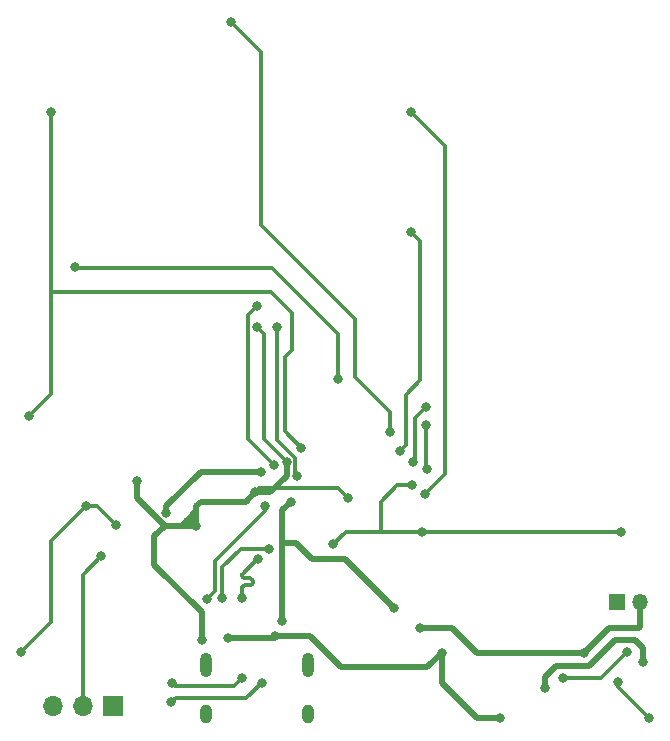
<source format=gbr>
%TF.GenerationSoftware,KiCad,Pcbnew,7.0.8*%
%TF.CreationDate,2023-10-13T15:36:56+03:00*%
%TF.ProjectId,4x4_switch,3478345f-7377-4697-9463-682e6b696361,rev?*%
%TF.SameCoordinates,Original*%
%TF.FileFunction,Copper,L1,Top*%
%TF.FilePolarity,Positive*%
%FSLAX46Y46*%
G04 Gerber Fmt 4.6, Leading zero omitted, Abs format (unit mm)*
G04 Created by KiCad (PCBNEW 7.0.8) date 2023-10-13 15:36:56*
%MOMM*%
%LPD*%
G01*
G04 APERTURE LIST*
%TA.AperFunction,ComponentPad*%
%ADD10R,1.350000X1.350000*%
%TD*%
%TA.AperFunction,ComponentPad*%
%ADD11O,1.350000X1.350000*%
%TD*%
%TA.AperFunction,ComponentPad*%
%ADD12R,1.700000X1.700000*%
%TD*%
%TA.AperFunction,ComponentPad*%
%ADD13O,1.700000X1.700000*%
%TD*%
%TA.AperFunction,ComponentPad*%
%ADD14O,1.000000X1.600000*%
%TD*%
%TA.AperFunction,ComponentPad*%
%ADD15O,1.000000X2.100000*%
%TD*%
%TA.AperFunction,ViaPad*%
%ADD16C,0.800000*%
%TD*%
%TA.AperFunction,Conductor*%
%ADD17C,0.300000*%
%TD*%
%TA.AperFunction,Conductor*%
%ADD18C,0.500000*%
%TD*%
G04 APERTURE END LIST*
D10*
%TO.P,J1,1,Pin_1*%
%TO.N,-BATT*%
X219853622Y-81312027D03*
D11*
%TO.P,J1,2,Pin_2*%
%TO.N,+BATT*%
X221853622Y-81312027D03*
%TD*%
D12*
%TO.P,J2,1,Pin_1*%
%TO.N,GND*%
X177155948Y-90157813D03*
D13*
%TO.P,J2,2,Pin_2*%
%TO.N,SWCLK*%
X174615948Y-90157813D03*
%TO.P,J2,3,Pin_3*%
%TO.N,SWDIO*%
X172075948Y-90157813D03*
%TD*%
D14*
%TO.P,P1,S1,SHIELD*%
%TO.N,unconnected-(P1-SHIELD-PadS1)*%
X193719042Y-90819719D03*
D15*
X193719042Y-86639719D03*
D14*
X185079042Y-90819719D03*
D15*
X185079042Y-86639719D03*
%TD*%
D16*
%TO.N,Net-(U2-PB5)*%
X169380000Y-85560000D03*
X177459937Y-74807424D03*
X174896139Y-73211096D03*
%TO.N,GND*%
X222054275Y-86417966D03*
X213792052Y-88593898D03*
%TO.N,+BATT*%
X217052831Y-85671841D03*
X203212428Y-83518890D03*
%TO.N,Net-(U5-Gate_2)*%
X215271826Y-87784859D03*
X220704377Y-85559999D03*
%TO.N,Net-(U5-Gate_1)*%
X219911406Y-88126967D03*
X222601558Y-91205734D03*
%TO.N,+3.3V*%
X201025017Y-81855367D03*
X191504377Y-82921185D03*
%TO.N,+5V*%
X209940792Y-91168123D03*
X205032095Y-85630769D03*
%TO.N,row_4*%
X220180000Y-75400000D03*
%TO.N,row_1*%
X187160000Y-32220000D03*
%TO.N,row_2*%
X202400000Y-50000000D03*
%TO.N,row_1*%
X200630075Y-66956167D03*
%TO.N,row_2*%
X201475909Y-68558876D03*
%TO.N,col_1*%
X173999678Y-53012171D03*
X196277097Y-62462376D03*
%TO.N,col_2*%
X193137478Y-68270209D03*
%TO.N,row_3*%
X202611220Y-69496167D03*
X203693726Y-64809709D03*
%TO.N,row_4*%
X202522234Y-71446667D03*
%TO.N,col_4*%
X203806966Y-70078078D03*
X203670813Y-66350741D03*
%TO.N,row_4*%
X203327571Y-75400000D03*
X195844311Y-76444894D03*
%TO.N,SWDIO*%
X185158612Y-81060856D03*
%TO.N,SWCLK*%
X176210658Y-77463267D03*
%TO.N,SWDIO*%
X190034234Y-73199539D03*
%TO.N,col_2*%
X171920000Y-39840000D03*
X170063009Y-65622485D03*
%TO.N,col_3*%
X202400000Y-39840000D03*
X203584143Y-72184071D03*
%TO.N,+3.3V*%
X181713902Y-73826186D03*
X189700000Y-70320000D03*
X192240000Y-72860000D03*
%TO.N,GND*%
X184740951Y-84538823D03*
%TO.N,USB_D-*%
X190371941Y-76846447D03*
%TO.N,USB_D+*%
X189444800Y-77711152D03*
X188077003Y-81049174D03*
%TO.N,USB_D-*%
X186448532Y-81049174D03*
%TO.N,Net-(P1-VCONN)*%
X188089770Y-87770616D03*
%TO.N,Net-(P1-CC)*%
X189776212Y-88165876D03*
X182142000Y-89828245D03*
%TO.N,Net-(P1-VCONN)*%
X182161062Y-88176246D03*
%TO.N,+5V*%
X190882940Y-84242466D03*
X186955851Y-84387408D03*
%TO.N,GND*%
X189227273Y-72051790D03*
X197129029Y-72540311D03*
X184226606Y-74878054D03*
X189416513Y-58104720D03*
X179268272Y-71118529D03*
X191887247Y-69452806D03*
%TO.N,+3.3V*%
X192736578Y-70689730D03*
X191117433Y-58078143D03*
%TO.N,RESET*%
X189412219Y-56291155D03*
X190821563Y-69713306D03*
%TD*%
D17*
%TO.N,Net-(P1-CC)*%
X189776212Y-88165876D02*
X188489981Y-89452107D01*
X188489981Y-89452107D02*
X182518138Y-89452107D01*
X182518138Y-89452107D02*
X182142000Y-89828245D01*
%TO.N,Net-(P1-VCONN)*%
X182161062Y-88176246D02*
X182403947Y-88419131D01*
X182403947Y-88419131D02*
X187441255Y-88419131D01*
X187441255Y-88419131D02*
X188089770Y-87770616D01*
%TO.N,Net-(U2-PB5)*%
X171920000Y-83020000D02*
X169380000Y-85560000D01*
X174896139Y-73211096D02*
X171920000Y-76187235D01*
X171920000Y-76187235D02*
X171920000Y-83020000D01*
X174896139Y-73211096D02*
X175863609Y-73211096D01*
X175863609Y-73211096D02*
X177459937Y-74807424D01*
D18*
%TO.N,+3.3V*%
X181713902Y-73826186D02*
X181713902Y-73226098D01*
X181713902Y-73226098D02*
X184620000Y-70320000D01*
X184620000Y-70320000D02*
X189700000Y-70320000D01*
%TO.N,GND*%
X181564395Y-74878054D02*
X179268272Y-72581931D01*
X179268272Y-72581931D02*
X179268272Y-71118529D01*
%TO.N,+BATT*%
X221853622Y-81312027D02*
X221853622Y-83415795D01*
X221853622Y-83415795D02*
X221743768Y-83525649D01*
X221743768Y-83525649D02*
X219199023Y-83525649D01*
X219199023Y-83525649D02*
X217052831Y-85671841D01*
%TO.N,GND*%
X222054275Y-86417966D02*
X222054275Y-85236384D01*
X222054275Y-85236384D02*
X221420527Y-84602636D01*
X217511667Y-86758577D02*
X214697352Y-86758577D01*
X221420527Y-84602636D02*
X219667608Y-84602636D01*
X213792052Y-87663877D02*
X213792052Y-88593898D01*
X219667608Y-84602636D02*
X217511667Y-86758577D01*
X214697352Y-86758577D02*
X213792052Y-87663877D01*
D17*
%TO.N,Net-(U5-Gate_2)*%
X220704377Y-85559999D02*
X218506485Y-87757891D01*
X218506485Y-87757891D02*
X215298794Y-87757891D01*
X215298794Y-87757891D02*
X215271826Y-87784859D01*
D18*
%TO.N,+BATT*%
X217052831Y-85671841D02*
X208028723Y-85671841D01*
X208028723Y-85671841D02*
X205875772Y-83518890D01*
X205875772Y-83518890D02*
X203212428Y-83518890D01*
D17*
%TO.N,Net-(U5-Gate_1)*%
X222601558Y-91205734D02*
X219911406Y-88515582D01*
X219911406Y-88515582D02*
X219911406Y-88126967D01*
D18*
%TO.N,+3.3V*%
X191504377Y-76318296D02*
X192712078Y-76318296D01*
X192712078Y-76318296D02*
X194076275Y-77682493D01*
X194076275Y-77682493D02*
X196852143Y-77682493D01*
X196852143Y-77682493D02*
X201025017Y-81855367D01*
D17*
%TO.N,row_4*%
X195844311Y-76444894D02*
X196889205Y-75400000D01*
X196889205Y-75400000D02*
X199860000Y-75400000D01*
D18*
%TO.N,+3.3V*%
X201025017Y-81984814D02*
X200992655Y-81952452D01*
X201025017Y-81855367D02*
X201025017Y-81984814D01*
X191504377Y-76318296D02*
X191504377Y-73595623D01*
X191504377Y-82921185D02*
X191504377Y-76318296D01*
%TO.N,+5V*%
X209940792Y-91168123D02*
X208008123Y-91168123D01*
X208008123Y-91168123D02*
X205032095Y-88192095D01*
X205032095Y-88192095D02*
X205032095Y-85630769D01*
X190882940Y-84242466D02*
X193871706Y-84242466D01*
X193871706Y-84242466D02*
X196485692Y-86856452D01*
X196485692Y-86856452D02*
X203806412Y-86856452D01*
X203806412Y-86856452D02*
X205032095Y-85630769D01*
D17*
%TO.N,row_4*%
X203327571Y-75400000D02*
X220180000Y-75400000D01*
%TO.N,row_1*%
X200630075Y-66956167D02*
X200630075Y-65264323D01*
X200630075Y-65264323D02*
X197659784Y-62294032D01*
X197659784Y-62294032D02*
X197659784Y-57412300D01*
X197659784Y-57412300D02*
X189700000Y-49452516D01*
X189700000Y-34760000D02*
X187160000Y-32220000D01*
X189700000Y-49452516D02*
X189700000Y-34760000D01*
%TO.N,row_2*%
X201475909Y-68558876D02*
X201966575Y-68068210D01*
X201966575Y-68068210D02*
X201966575Y-63788279D01*
X201966575Y-63788279D02*
X203176235Y-62578619D01*
X203176235Y-62578619D02*
X203176235Y-50776235D01*
X203176235Y-50776235D02*
X202400000Y-50000000D01*
%TO.N,row_3*%
X203693726Y-64809709D02*
X202769636Y-65733799D01*
X202769636Y-65733799D02*
X202769636Y-69337751D01*
X202769636Y-69337751D02*
X202611220Y-69496167D01*
%TO.N,col_3*%
X203584143Y-72184071D02*
X205270488Y-70497726D01*
X205270488Y-42710488D02*
X202400000Y-39840000D01*
X205270488Y-70497726D02*
X205270488Y-42710488D01*
%TO.N,col_1*%
X196277097Y-62462376D02*
X196277097Y-58683672D01*
X196277097Y-58683672D02*
X190626160Y-53032735D01*
X190626160Y-53032735D02*
X174020242Y-53032735D01*
X174020242Y-53032735D02*
X173999678Y-53012171D01*
X173979114Y-53032735D02*
X173922814Y-53032735D01*
X173999678Y-53012171D02*
X173979114Y-53032735D01*
%TO.N,col_2*%
X193137478Y-68270209D02*
X191764753Y-66897484D01*
X191764753Y-60635247D02*
X192361380Y-60038620D01*
X192361380Y-56882982D02*
X190558398Y-55080000D01*
X190558398Y-55080000D02*
X171920000Y-55080000D01*
X191764753Y-66897484D02*
X191764753Y-60635247D01*
X192361380Y-60038620D02*
X192361380Y-56882982D01*
X171920000Y-63765494D02*
X171920000Y-55080000D01*
X171920000Y-55080000D02*
X171920000Y-39840000D01*
%TO.N,+3.3V*%
X192736578Y-70689730D02*
X192637247Y-70590399D01*
X192637247Y-70590399D02*
X192637247Y-69142145D01*
X192637247Y-69142145D02*
X191117433Y-67622331D01*
X191117433Y-67622331D02*
X191117433Y-58078143D01*
%TO.N,row_4*%
X199860000Y-75400000D02*
X199860000Y-72860000D01*
X199860000Y-72860000D02*
X201273333Y-71446667D01*
X201273333Y-71446667D02*
X202522234Y-71446667D01*
X203327571Y-75400000D02*
X199860000Y-75400000D01*
%TO.N,col_4*%
X203806966Y-70078078D02*
X203670813Y-69941925D01*
X203670813Y-69941925D02*
X203670813Y-66350741D01*
%TO.N,USB_D+*%
X188077003Y-80236085D02*
X188077003Y-80658099D01*
X188777003Y-79936085D02*
X188377003Y-79936085D01*
X189401936Y-77711152D02*
X188077003Y-79036085D01*
X188777003Y-79936103D02*
G75*
G03*
X189077003Y-79636085I-3J300003D01*
G01*
X188377003Y-79936103D02*
G75*
G03*
X188077003Y-80236085I-3J-299997D01*
G01*
X188377003Y-79336085D02*
X188777003Y-79336085D01*
X189077015Y-79636085D02*
G75*
G03*
X188777003Y-79336085I-300015J-15D01*
G01*
X188077015Y-79036085D02*
G75*
G03*
X188377003Y-79336085I299985J-15D01*
G01*
X189444800Y-77711152D02*
X189401936Y-77711152D01*
X188077003Y-80658099D02*
X188077003Y-81049174D01*
%TO.N,SWDIO*%
X185817868Y-80401600D02*
X185817868Y-77873994D01*
X185817868Y-77873994D02*
X190051082Y-73640780D01*
X190051082Y-73216387D02*
X190034234Y-73199539D01*
X185158612Y-81060856D02*
X185817868Y-80401600D01*
X190051082Y-73640780D02*
X190051082Y-73216387D01*
D18*
%TO.N,GND*%
X184740951Y-84538823D02*
X184740951Y-82211509D01*
X184740951Y-82211509D02*
X180707065Y-78177623D01*
X180707065Y-78177623D02*
X180707065Y-75735384D01*
X180707065Y-75735384D02*
X181564395Y-74878054D01*
X181564395Y-74878054D02*
X184226606Y-74878054D01*
D17*
%TO.N,SWCLK*%
X176210658Y-77463267D02*
X174615948Y-79057977D01*
X174615948Y-79057977D02*
X174615948Y-90157813D01*
D18*
%TO.N,GND*%
X190508210Y-72051790D02*
X191887247Y-70672753D01*
X189227273Y-72051790D02*
X188419063Y-72860000D01*
D17*
X189227273Y-72051790D02*
X189587392Y-71691671D01*
D18*
X188419063Y-72860000D02*
X184620000Y-72860000D01*
D17*
X189587392Y-71691671D02*
X196280389Y-71691671D01*
X196280389Y-71691671D02*
X197129029Y-72540311D01*
D18*
X189227273Y-72051790D02*
X190508210Y-72051790D01*
X191887247Y-70672753D02*
X191887247Y-69452806D01*
X184620000Y-72860000D02*
X184226606Y-73253394D01*
D17*
%TO.N,col_2*%
X170063009Y-65622485D02*
X171920000Y-63765494D01*
D18*
%TO.N,+3.3V*%
X191504377Y-73595623D02*
X192240000Y-72860000D01*
%TO.N,GND*%
X183027797Y-74878054D02*
X184226606Y-73679245D01*
X184226606Y-73679245D02*
X184226606Y-73253394D01*
X183027797Y-74878054D02*
X183475181Y-74430670D01*
X183475181Y-74430670D02*
X184226606Y-74430670D01*
X184226606Y-74878054D02*
X184226606Y-73253394D01*
X184226606Y-74878054D02*
X183027797Y-74878054D01*
D17*
%TO.N,USB_D-*%
X190371941Y-76846447D02*
X187999904Y-76846447D01*
X187999904Y-76846447D02*
X186448532Y-78397819D01*
X186448532Y-78397819D02*
X186448532Y-81049174D01*
%TO.N,Net-(P1-CC)*%
X189700000Y-88165876D02*
X189776212Y-88165876D01*
D18*
%TO.N,+5V*%
X186955851Y-84387408D02*
X190737998Y-84387408D01*
X190737998Y-84387408D02*
X190882940Y-84242466D01*
D17*
%TO.N,RESET*%
X188666513Y-67558256D02*
X188666513Y-57036861D01*
X190821563Y-69713306D02*
X188666513Y-67558256D01*
X188666513Y-57036861D02*
X189412219Y-56291155D01*
%TO.N,GND*%
X191887247Y-69452806D02*
X190006165Y-67571724D01*
X190006165Y-67571724D02*
X190006165Y-58694372D01*
X190006165Y-58694372D02*
X189416513Y-58104720D01*
%TD*%
M02*

</source>
